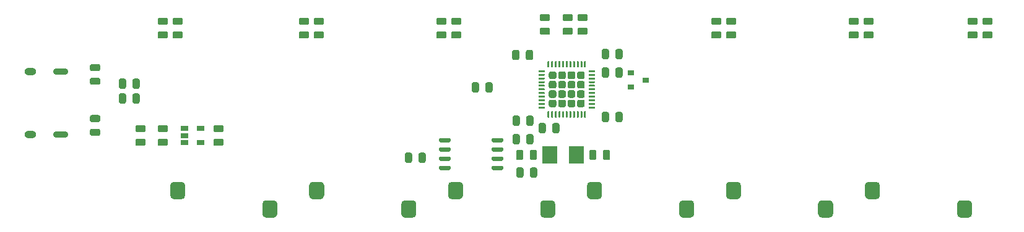
<source format=gbr>
G04 #@! TF.GenerationSoftware,KiCad,Pcbnew,5.1.7-a382d34a8~88~ubuntu20.04.1*
G04 #@! TF.CreationDate,2021-04-25T15:43:49-07:00*
G04 #@! TF.ProjectId,keypad-base,6b657970-6164-42d6-9261-73652e6b6963,Apr2021*
G04 #@! TF.SameCoordinates,Original*
G04 #@! TF.FileFunction,Paste,Top*
G04 #@! TF.FilePolarity,Positive*
%FSLAX46Y46*%
G04 Gerber Fmt 4.6, Leading zero omitted, Abs format (unit mm)*
G04 Created by KiCad (PCBNEW 5.1.7-a382d34a8~88~ubuntu20.04.1) date 2021-04-25 15:43:49*
%MOMM*%
%LPD*%
G01*
G04 APERTURE LIST*
%ADD10R,1.060000X0.650000*%
%ADD11O,2.100000X0.900000*%
%ADD12O,1.600000X1.000000*%
%ADD13R,0.900000X0.800000*%
%ADD14R,2.000000X2.400000*%
G04 APERTURE END LIST*
G04 #@! TO.C,R11*
G36*
G01*
X160586000Y-91999750D02*
X160586000Y-92912250D01*
G75*
G02*
X160342250Y-93156000I-243750J0D01*
G01*
X159854750Y-93156000D01*
G75*
G02*
X159611000Y-92912250I0J243750D01*
G01*
X159611000Y-91999750D01*
G75*
G02*
X159854750Y-91756000I243750J0D01*
G01*
X160342250Y-91756000D01*
G75*
G02*
X160586000Y-91999750I0J-243750D01*
G01*
G37*
G36*
G01*
X162461000Y-91999750D02*
X162461000Y-92912250D01*
G75*
G02*
X162217250Y-93156000I-243750J0D01*
G01*
X161729750Y-93156000D01*
G75*
G02*
X161486000Y-92912250I0J243750D01*
G01*
X161486000Y-91999750D01*
G75*
G02*
X161729750Y-91756000I243750J0D01*
G01*
X162217250Y-91756000D01*
G75*
G02*
X162461000Y-91999750I0J-243750D01*
G01*
G37*
G04 #@! TD*
G04 #@! TO.C,R4*
G36*
G01*
X146246000Y-90880250D02*
X146246000Y-89967750D01*
G75*
G02*
X146489750Y-89724000I243750J0D01*
G01*
X146977250Y-89724000D01*
G75*
G02*
X147221000Y-89967750I0J-243750D01*
G01*
X147221000Y-90880250D01*
G75*
G02*
X146977250Y-91124000I-243750J0D01*
G01*
X146489750Y-91124000D01*
G75*
G02*
X146246000Y-90880250I0J243750D01*
G01*
G37*
G36*
G01*
X144371000Y-90880250D02*
X144371000Y-89967750D01*
G75*
G02*
X144614750Y-89724000I243750J0D01*
G01*
X145102250Y-89724000D01*
G75*
G02*
X145346000Y-89967750I0J-243750D01*
G01*
X145346000Y-90880250D01*
G75*
G02*
X145102250Y-91124000I-243750J0D01*
G01*
X144614750Y-91124000D01*
G75*
G02*
X144371000Y-90880250I0J243750D01*
G01*
G37*
G04 #@! TD*
G04 #@! TO.C,U11*
G36*
G01*
X156216000Y-88161000D02*
X156216000Y-87861000D01*
G75*
G02*
X156366000Y-87711000I150000J0D01*
G01*
X157666000Y-87711000D01*
G75*
G02*
X157816000Y-87861000I0J-150000D01*
G01*
X157816000Y-88161000D01*
G75*
G02*
X157666000Y-88311000I-150000J0D01*
G01*
X156366000Y-88311000D01*
G75*
G02*
X156216000Y-88161000I0J150000D01*
G01*
G37*
G36*
G01*
X156216000Y-89431000D02*
X156216000Y-89131000D01*
G75*
G02*
X156366000Y-88981000I150000J0D01*
G01*
X157666000Y-88981000D01*
G75*
G02*
X157816000Y-89131000I0J-150000D01*
G01*
X157816000Y-89431000D01*
G75*
G02*
X157666000Y-89581000I-150000J0D01*
G01*
X156366000Y-89581000D01*
G75*
G02*
X156216000Y-89431000I0J150000D01*
G01*
G37*
G36*
G01*
X156216000Y-90701000D02*
X156216000Y-90401000D01*
G75*
G02*
X156366000Y-90251000I150000J0D01*
G01*
X157666000Y-90251000D01*
G75*
G02*
X157816000Y-90401000I0J-150000D01*
G01*
X157816000Y-90701000D01*
G75*
G02*
X157666000Y-90851000I-150000J0D01*
G01*
X156366000Y-90851000D01*
G75*
G02*
X156216000Y-90701000I0J150000D01*
G01*
G37*
G36*
G01*
X156216000Y-91971000D02*
X156216000Y-91671000D01*
G75*
G02*
X156366000Y-91521000I150000J0D01*
G01*
X157666000Y-91521000D01*
G75*
G02*
X157816000Y-91671000I0J-150000D01*
G01*
X157816000Y-91971000D01*
G75*
G02*
X157666000Y-92121000I-150000J0D01*
G01*
X156366000Y-92121000D01*
G75*
G02*
X156216000Y-91971000I0J150000D01*
G01*
G37*
G36*
G01*
X149016000Y-91971000D02*
X149016000Y-91671000D01*
G75*
G02*
X149166000Y-91521000I150000J0D01*
G01*
X150466000Y-91521000D01*
G75*
G02*
X150616000Y-91671000I0J-150000D01*
G01*
X150616000Y-91971000D01*
G75*
G02*
X150466000Y-92121000I-150000J0D01*
G01*
X149166000Y-92121000D01*
G75*
G02*
X149016000Y-91971000I0J150000D01*
G01*
G37*
G36*
G01*
X149016000Y-90701000D02*
X149016000Y-90401000D01*
G75*
G02*
X149166000Y-90251000I150000J0D01*
G01*
X150466000Y-90251000D01*
G75*
G02*
X150616000Y-90401000I0J-150000D01*
G01*
X150616000Y-90701000D01*
G75*
G02*
X150466000Y-90851000I-150000J0D01*
G01*
X149166000Y-90851000D01*
G75*
G02*
X149016000Y-90701000I0J150000D01*
G01*
G37*
G36*
G01*
X149016000Y-89431000D02*
X149016000Y-89131000D01*
G75*
G02*
X149166000Y-88981000I150000J0D01*
G01*
X150466000Y-88981000D01*
G75*
G02*
X150616000Y-89131000I0J-150000D01*
G01*
X150616000Y-89431000D01*
G75*
G02*
X150466000Y-89581000I-150000J0D01*
G01*
X149166000Y-89581000D01*
G75*
G02*
X149016000Y-89431000I0J150000D01*
G01*
G37*
G36*
G01*
X149016000Y-88161000D02*
X149016000Y-87861000D01*
G75*
G02*
X149166000Y-87711000I150000J0D01*
G01*
X150466000Y-87711000D01*
G75*
G02*
X150616000Y-87861000I0J-150000D01*
G01*
X150616000Y-88161000D01*
G75*
G02*
X150466000Y-88311000I-150000J0D01*
G01*
X149166000Y-88311000D01*
G75*
G02*
X149016000Y-88161000I0J150000D01*
G01*
G37*
G04 #@! TD*
G04 #@! TO.C,C20*
G36*
G01*
X160978000Y-88340250D02*
X160978000Y-87427750D01*
G75*
G02*
X161221750Y-87184000I243750J0D01*
G01*
X161709250Y-87184000D01*
G75*
G02*
X161953000Y-87427750I0J-243750D01*
G01*
X161953000Y-88340250D01*
G75*
G02*
X161709250Y-88584000I-243750J0D01*
G01*
X161221750Y-88584000D01*
G75*
G02*
X160978000Y-88340250I0J243750D01*
G01*
G37*
G36*
G01*
X159103000Y-88340250D02*
X159103000Y-87427750D01*
G75*
G02*
X159346750Y-87184000I243750J0D01*
G01*
X159834250Y-87184000D01*
G75*
G02*
X160078000Y-87427750I0J-243750D01*
G01*
X160078000Y-88340250D01*
G75*
G02*
X159834250Y-88584000I-243750J0D01*
G01*
X159346750Y-88584000D01*
G75*
G02*
X159103000Y-88340250I0J243750D01*
G01*
G37*
G04 #@! TD*
D10*
G04 #@! TO.C,U10*
X116416000Y-86426000D03*
X116416000Y-88326000D03*
X114216000Y-88326000D03*
X114216000Y-87376000D03*
X114216000Y-86426000D03*
G04 #@! TD*
G04 #@! TO.C,C18*
G36*
G01*
X118415750Y-87826000D02*
X119328250Y-87826000D01*
G75*
G02*
X119572000Y-88069750I0J-243750D01*
G01*
X119572000Y-88557250D01*
G75*
G02*
X119328250Y-88801000I-243750J0D01*
G01*
X118415750Y-88801000D01*
G75*
G02*
X118172000Y-88557250I0J243750D01*
G01*
X118172000Y-88069750D01*
G75*
G02*
X118415750Y-87826000I243750J0D01*
G01*
G37*
G36*
G01*
X118415750Y-85951000D02*
X119328250Y-85951000D01*
G75*
G02*
X119572000Y-86194750I0J-243750D01*
G01*
X119572000Y-86682250D01*
G75*
G02*
X119328250Y-86926000I-243750J0D01*
G01*
X118415750Y-86926000D01*
G75*
G02*
X118172000Y-86682250I0J243750D01*
G01*
X118172000Y-86194750D01*
G75*
G02*
X118415750Y-85951000I243750J0D01*
G01*
G37*
G04 #@! TD*
G04 #@! TO.C,C17*
G36*
G01*
X208228250Y-72194000D02*
X207315750Y-72194000D01*
G75*
G02*
X207072000Y-71950250I0J243750D01*
G01*
X207072000Y-71462750D01*
G75*
G02*
X207315750Y-71219000I243750J0D01*
G01*
X208228250Y-71219000D01*
G75*
G02*
X208472000Y-71462750I0J-243750D01*
G01*
X208472000Y-71950250D01*
G75*
G02*
X208228250Y-72194000I-243750J0D01*
G01*
G37*
G36*
G01*
X208228250Y-74069000D02*
X207315750Y-74069000D01*
G75*
G02*
X207072000Y-73825250I0J243750D01*
G01*
X207072000Y-73337750D01*
G75*
G02*
X207315750Y-73094000I243750J0D01*
G01*
X208228250Y-73094000D01*
G75*
G02*
X208472000Y-73337750I0J-243750D01*
G01*
X208472000Y-73825250D01*
G75*
G02*
X208228250Y-74069000I-243750J0D01*
G01*
G37*
G04 #@! TD*
G04 #@! TO.C,C16*
G36*
G01*
X110795750Y-87826000D02*
X111708250Y-87826000D01*
G75*
G02*
X111952000Y-88069750I0J-243750D01*
G01*
X111952000Y-88557250D01*
G75*
G02*
X111708250Y-88801000I-243750J0D01*
G01*
X110795750Y-88801000D01*
G75*
G02*
X110552000Y-88557250I0J243750D01*
G01*
X110552000Y-88069750D01*
G75*
G02*
X110795750Y-87826000I243750J0D01*
G01*
G37*
G36*
G01*
X110795750Y-85951000D02*
X111708250Y-85951000D01*
G75*
G02*
X111952000Y-86194750I0J-243750D01*
G01*
X111952000Y-86682250D01*
G75*
G02*
X111708250Y-86926000I-243750J0D01*
G01*
X110795750Y-86926000D01*
G75*
G02*
X110552000Y-86682250I0J243750D01*
G01*
X110552000Y-86194750D01*
G75*
G02*
X110795750Y-85951000I243750J0D01*
G01*
G37*
G04 #@! TD*
G04 #@! TO.C,C15*
G36*
G01*
X189432250Y-72194000D02*
X188519750Y-72194000D01*
G75*
G02*
X188276000Y-71950250I0J243750D01*
G01*
X188276000Y-71462750D01*
G75*
G02*
X188519750Y-71219000I243750J0D01*
G01*
X189432250Y-71219000D01*
G75*
G02*
X189676000Y-71462750I0J-243750D01*
G01*
X189676000Y-71950250D01*
G75*
G02*
X189432250Y-72194000I-243750J0D01*
G01*
G37*
G36*
G01*
X189432250Y-74069000D02*
X188519750Y-74069000D01*
G75*
G02*
X188276000Y-73825250I0J243750D01*
G01*
X188276000Y-73337750D01*
G75*
G02*
X188519750Y-73094000I243750J0D01*
G01*
X189432250Y-73094000D01*
G75*
G02*
X189676000Y-73337750I0J-243750D01*
G01*
X189676000Y-73825250D01*
G75*
G02*
X189432250Y-74069000I-243750J0D01*
G01*
G37*
G04 #@! TD*
G04 #@! TO.C,C14*
G36*
G01*
X169112250Y-71686000D02*
X168199750Y-71686000D01*
G75*
G02*
X167956000Y-71442250I0J243750D01*
G01*
X167956000Y-70954750D01*
G75*
G02*
X168199750Y-70711000I243750J0D01*
G01*
X169112250Y-70711000D01*
G75*
G02*
X169356000Y-70954750I0J-243750D01*
G01*
X169356000Y-71442250D01*
G75*
G02*
X169112250Y-71686000I-243750J0D01*
G01*
G37*
G36*
G01*
X169112250Y-73561000D02*
X168199750Y-73561000D01*
G75*
G02*
X167956000Y-73317250I0J243750D01*
G01*
X167956000Y-72829750D01*
G75*
G02*
X168199750Y-72586000I243750J0D01*
G01*
X169112250Y-72586000D01*
G75*
G02*
X169356000Y-72829750I0J-243750D01*
G01*
X169356000Y-73317250D01*
G75*
G02*
X169112250Y-73561000I-243750J0D01*
G01*
G37*
G04 #@! TD*
G04 #@! TO.C,C13*
G36*
G01*
X151840250Y-72194000D02*
X150927750Y-72194000D01*
G75*
G02*
X150684000Y-71950250I0J243750D01*
G01*
X150684000Y-71462750D01*
G75*
G02*
X150927750Y-71219000I243750J0D01*
G01*
X151840250Y-71219000D01*
G75*
G02*
X152084000Y-71462750I0J-243750D01*
G01*
X152084000Y-71950250D01*
G75*
G02*
X151840250Y-72194000I-243750J0D01*
G01*
G37*
G36*
G01*
X151840250Y-74069000D02*
X150927750Y-74069000D01*
G75*
G02*
X150684000Y-73825250I0J243750D01*
G01*
X150684000Y-73337750D01*
G75*
G02*
X150927750Y-73094000I243750J0D01*
G01*
X151840250Y-73094000D01*
G75*
G02*
X152084000Y-73337750I0J-243750D01*
G01*
X152084000Y-73825250D01*
G75*
G02*
X151840250Y-74069000I-243750J0D01*
G01*
G37*
G04 #@! TD*
G04 #@! TO.C,C12*
G36*
G01*
X133044250Y-72194000D02*
X132131750Y-72194000D01*
G75*
G02*
X131888000Y-71950250I0J243750D01*
G01*
X131888000Y-71462750D01*
G75*
G02*
X132131750Y-71219000I243750J0D01*
G01*
X133044250Y-71219000D01*
G75*
G02*
X133288000Y-71462750I0J-243750D01*
G01*
X133288000Y-71950250D01*
G75*
G02*
X133044250Y-72194000I-243750J0D01*
G01*
G37*
G36*
G01*
X133044250Y-74069000D02*
X132131750Y-74069000D01*
G75*
G02*
X131888000Y-73825250I0J243750D01*
G01*
X131888000Y-73337750D01*
G75*
G02*
X132131750Y-73094000I243750J0D01*
G01*
X133044250Y-73094000D01*
G75*
G02*
X133288000Y-73337750I0J-243750D01*
G01*
X133288000Y-73825250D01*
G75*
G02*
X133044250Y-74069000I-243750J0D01*
G01*
G37*
G04 #@! TD*
G04 #@! TO.C,C11*
G36*
G01*
X113740250Y-72194000D02*
X112827750Y-72194000D01*
G75*
G02*
X112584000Y-71950250I0J243750D01*
G01*
X112584000Y-71462750D01*
G75*
G02*
X112827750Y-71219000I243750J0D01*
G01*
X113740250Y-71219000D01*
G75*
G02*
X113984000Y-71462750I0J-243750D01*
G01*
X113984000Y-71950250D01*
G75*
G02*
X113740250Y-72194000I-243750J0D01*
G01*
G37*
G36*
G01*
X113740250Y-74069000D02*
X112827750Y-74069000D01*
G75*
G02*
X112584000Y-73825250I0J243750D01*
G01*
X112584000Y-73337750D01*
G75*
G02*
X112827750Y-73094000I243750J0D01*
G01*
X113740250Y-73094000D01*
G75*
G02*
X113984000Y-73337750I0J-243750D01*
G01*
X113984000Y-73825250D01*
G75*
G02*
X113740250Y-74069000I-243750J0D01*
G01*
G37*
G04 #@! TD*
G04 #@! TO.C,C9*
G36*
G01*
X107747750Y-87826000D02*
X108660250Y-87826000D01*
G75*
G02*
X108904000Y-88069750I0J-243750D01*
G01*
X108904000Y-88557250D01*
G75*
G02*
X108660250Y-88801000I-243750J0D01*
G01*
X107747750Y-88801000D01*
G75*
G02*
X107504000Y-88557250I0J243750D01*
G01*
X107504000Y-88069750D01*
G75*
G02*
X107747750Y-87826000I243750J0D01*
G01*
G37*
G36*
G01*
X107747750Y-85951000D02*
X108660250Y-85951000D01*
G75*
G02*
X108904000Y-86194750I0J-243750D01*
G01*
X108904000Y-86682250D01*
G75*
G02*
X108660250Y-86926000I-243750J0D01*
G01*
X107747750Y-86926000D01*
G75*
G02*
X107504000Y-86682250I0J243750D01*
G01*
X107504000Y-86194750D01*
G75*
G02*
X107747750Y-85951000I243750J0D01*
G01*
G37*
G04 #@! TD*
G04 #@! TO.C,C8*
G36*
G01*
X173170000Y-76656250D02*
X173170000Y-75743750D01*
G75*
G02*
X173413750Y-75500000I243750J0D01*
G01*
X173901250Y-75500000D01*
G75*
G02*
X174145000Y-75743750I0J-243750D01*
G01*
X174145000Y-76656250D01*
G75*
G02*
X173901250Y-76900000I-243750J0D01*
G01*
X173413750Y-76900000D01*
G75*
G02*
X173170000Y-76656250I0J243750D01*
G01*
G37*
G36*
G01*
X171295000Y-76656250D02*
X171295000Y-75743750D01*
G75*
G02*
X171538750Y-75500000I243750J0D01*
G01*
X172026250Y-75500000D01*
G75*
G02*
X172270000Y-75743750I0J-243750D01*
G01*
X172270000Y-76656250D01*
G75*
G02*
X172026250Y-76900000I-243750J0D01*
G01*
X171538750Y-76900000D01*
G75*
G02*
X171295000Y-76656250I0J243750D01*
G01*
G37*
G04 #@! TD*
D11*
G04 #@! TO.C,J1*
X97310000Y-78580000D03*
X97310000Y-87220000D03*
D12*
X93130000Y-78580000D03*
X93130000Y-87220000D03*
G04 #@! TD*
G04 #@! TO.C,R16*
G36*
G01*
X106230000Y-81839750D02*
X106230000Y-82752250D01*
G75*
G02*
X105986250Y-82996000I-243750J0D01*
G01*
X105498750Y-82996000D01*
G75*
G02*
X105255000Y-82752250I0J243750D01*
G01*
X105255000Y-81839750D01*
G75*
G02*
X105498750Y-81596000I243750J0D01*
G01*
X105986250Y-81596000D01*
G75*
G02*
X106230000Y-81839750I0J-243750D01*
G01*
G37*
G36*
G01*
X108105000Y-81839750D02*
X108105000Y-82752250D01*
G75*
G02*
X107861250Y-82996000I-243750J0D01*
G01*
X107373750Y-82996000D01*
G75*
G02*
X107130000Y-82752250I0J243750D01*
G01*
X107130000Y-81839750D01*
G75*
G02*
X107373750Y-81596000I243750J0D01*
G01*
X107861250Y-81596000D01*
G75*
G02*
X108105000Y-81839750I0J-243750D01*
G01*
G37*
G04 #@! TD*
G04 #@! TO.C,R15*
G36*
G01*
X106230000Y-79807750D02*
X106230000Y-80720250D01*
G75*
G02*
X105986250Y-80964000I-243750J0D01*
G01*
X105498750Y-80964000D01*
G75*
G02*
X105255000Y-80720250I0J243750D01*
G01*
X105255000Y-79807750D01*
G75*
G02*
X105498750Y-79564000I243750J0D01*
G01*
X105986250Y-79564000D01*
G75*
G02*
X106230000Y-79807750I0J-243750D01*
G01*
G37*
G36*
G01*
X108105000Y-79807750D02*
X108105000Y-80720250D01*
G75*
G02*
X107861250Y-80964000I-243750J0D01*
G01*
X107373750Y-80964000D01*
G75*
G02*
X107130000Y-80720250I0J243750D01*
G01*
X107130000Y-79807750D01*
G75*
G02*
X107373750Y-79564000I243750J0D01*
G01*
X107861250Y-79564000D01*
G75*
G02*
X108105000Y-79807750I0J-243750D01*
G01*
G37*
G04 #@! TD*
G04 #@! TO.C,R14*
G36*
G01*
X101543750Y-79450000D02*
X102456250Y-79450000D01*
G75*
G02*
X102700000Y-79693750I0J-243750D01*
G01*
X102700000Y-80181250D01*
G75*
G02*
X102456250Y-80425000I-243750J0D01*
G01*
X101543750Y-80425000D01*
G75*
G02*
X101300000Y-80181250I0J243750D01*
G01*
X101300000Y-79693750D01*
G75*
G02*
X101543750Y-79450000I243750J0D01*
G01*
G37*
G36*
G01*
X101543750Y-77575000D02*
X102456250Y-77575000D01*
G75*
G02*
X102700000Y-77818750I0J-243750D01*
G01*
X102700000Y-78306250D01*
G75*
G02*
X102456250Y-78550000I-243750J0D01*
G01*
X101543750Y-78550000D01*
G75*
G02*
X101300000Y-78306250I0J243750D01*
G01*
X101300000Y-77818750D01*
G75*
G02*
X101543750Y-77575000I243750J0D01*
G01*
G37*
G04 #@! TD*
G04 #@! TO.C,R13*
G36*
G01*
X101543750Y-86450000D02*
X102456250Y-86450000D01*
G75*
G02*
X102700000Y-86693750I0J-243750D01*
G01*
X102700000Y-87181250D01*
G75*
G02*
X102456250Y-87425000I-243750J0D01*
G01*
X101543750Y-87425000D01*
G75*
G02*
X101300000Y-87181250I0J243750D01*
G01*
X101300000Y-86693750D01*
G75*
G02*
X101543750Y-86450000I243750J0D01*
G01*
G37*
G36*
G01*
X101543750Y-84575000D02*
X102456250Y-84575000D01*
G75*
G02*
X102700000Y-84818750I0J-243750D01*
G01*
X102700000Y-85306250D01*
G75*
G02*
X102456250Y-85550000I-243750J0D01*
G01*
X101543750Y-85550000D01*
G75*
G02*
X101300000Y-85306250I0J243750D01*
G01*
X101300000Y-84818750D01*
G75*
G02*
X101543750Y-84575000I243750J0D01*
G01*
G37*
G04 #@! TD*
G04 #@! TO.C,R12*
G36*
G01*
X173170000Y-79196250D02*
X173170000Y-78283750D01*
G75*
G02*
X173413750Y-78040000I243750J0D01*
G01*
X173901250Y-78040000D01*
G75*
G02*
X174145000Y-78283750I0J-243750D01*
G01*
X174145000Y-79196250D01*
G75*
G02*
X173901250Y-79440000I-243750J0D01*
G01*
X173413750Y-79440000D01*
G75*
G02*
X173170000Y-79196250I0J243750D01*
G01*
G37*
G36*
G01*
X171295000Y-79196250D02*
X171295000Y-78283750D01*
G75*
G02*
X171538750Y-78040000I243750J0D01*
G01*
X172026250Y-78040000D01*
G75*
G02*
X172270000Y-78283750I0J-243750D01*
G01*
X172270000Y-79196250D01*
G75*
G02*
X172026250Y-79440000I-243750J0D01*
G01*
X171538750Y-79440000D01*
G75*
G02*
X171295000Y-79196250I0J243750D01*
G01*
G37*
G04 #@! TD*
G04 #@! TO.C,R10*
G36*
G01*
X206196250Y-72194000D02*
X205283750Y-72194000D01*
G75*
G02*
X205040000Y-71950250I0J243750D01*
G01*
X205040000Y-71462750D01*
G75*
G02*
X205283750Y-71219000I243750J0D01*
G01*
X206196250Y-71219000D01*
G75*
G02*
X206440000Y-71462750I0J-243750D01*
G01*
X206440000Y-71950250D01*
G75*
G02*
X206196250Y-72194000I-243750J0D01*
G01*
G37*
G36*
G01*
X206196250Y-74069000D02*
X205283750Y-74069000D01*
G75*
G02*
X205040000Y-73825250I0J243750D01*
G01*
X205040000Y-73337750D01*
G75*
G02*
X205283750Y-73094000I243750J0D01*
G01*
X206196250Y-73094000D01*
G75*
G02*
X206440000Y-73337750I0J-243750D01*
G01*
X206440000Y-73825250D01*
G75*
G02*
X206196250Y-74069000I-243750J0D01*
G01*
G37*
G04 #@! TD*
G04 #@! TO.C,R9*
G36*
G01*
X187400250Y-72194000D02*
X186487750Y-72194000D01*
G75*
G02*
X186244000Y-71950250I0J243750D01*
G01*
X186244000Y-71462750D01*
G75*
G02*
X186487750Y-71219000I243750J0D01*
G01*
X187400250Y-71219000D01*
G75*
G02*
X187644000Y-71462750I0J-243750D01*
G01*
X187644000Y-71950250D01*
G75*
G02*
X187400250Y-72194000I-243750J0D01*
G01*
G37*
G36*
G01*
X187400250Y-74069000D02*
X186487750Y-74069000D01*
G75*
G02*
X186244000Y-73825250I0J243750D01*
G01*
X186244000Y-73337750D01*
G75*
G02*
X186487750Y-73094000I243750J0D01*
G01*
X187400250Y-73094000D01*
G75*
G02*
X187644000Y-73337750I0J-243750D01*
G01*
X187644000Y-73825250D01*
G75*
G02*
X187400250Y-74069000I-243750J0D01*
G01*
G37*
G04 #@! TD*
G04 #@! TO.C,R8*
G36*
G01*
X167080250Y-71686000D02*
X166167750Y-71686000D01*
G75*
G02*
X165924000Y-71442250I0J243750D01*
G01*
X165924000Y-70954750D01*
G75*
G02*
X166167750Y-70711000I243750J0D01*
G01*
X167080250Y-70711000D01*
G75*
G02*
X167324000Y-70954750I0J-243750D01*
G01*
X167324000Y-71442250D01*
G75*
G02*
X167080250Y-71686000I-243750J0D01*
G01*
G37*
G36*
G01*
X167080250Y-73561000D02*
X166167750Y-73561000D01*
G75*
G02*
X165924000Y-73317250I0J243750D01*
G01*
X165924000Y-72829750D01*
G75*
G02*
X166167750Y-72586000I243750J0D01*
G01*
X167080250Y-72586000D01*
G75*
G02*
X167324000Y-72829750I0J-243750D01*
G01*
X167324000Y-73317250D01*
G75*
G02*
X167080250Y-73561000I-243750J0D01*
G01*
G37*
G04 #@! TD*
G04 #@! TO.C,R7*
G36*
G01*
X149808250Y-72194000D02*
X148895750Y-72194000D01*
G75*
G02*
X148652000Y-71950250I0J243750D01*
G01*
X148652000Y-71462750D01*
G75*
G02*
X148895750Y-71219000I243750J0D01*
G01*
X149808250Y-71219000D01*
G75*
G02*
X150052000Y-71462750I0J-243750D01*
G01*
X150052000Y-71950250D01*
G75*
G02*
X149808250Y-72194000I-243750J0D01*
G01*
G37*
G36*
G01*
X149808250Y-74069000D02*
X148895750Y-74069000D01*
G75*
G02*
X148652000Y-73825250I0J243750D01*
G01*
X148652000Y-73337750D01*
G75*
G02*
X148895750Y-73094000I243750J0D01*
G01*
X149808250Y-73094000D01*
G75*
G02*
X150052000Y-73337750I0J-243750D01*
G01*
X150052000Y-73825250D01*
G75*
G02*
X149808250Y-74069000I-243750J0D01*
G01*
G37*
G04 #@! TD*
G04 #@! TO.C,R6*
G36*
G01*
X131012250Y-72194000D02*
X130099750Y-72194000D01*
G75*
G02*
X129856000Y-71950250I0J243750D01*
G01*
X129856000Y-71462750D01*
G75*
G02*
X130099750Y-71219000I243750J0D01*
G01*
X131012250Y-71219000D01*
G75*
G02*
X131256000Y-71462750I0J-243750D01*
G01*
X131256000Y-71950250D01*
G75*
G02*
X131012250Y-72194000I-243750J0D01*
G01*
G37*
G36*
G01*
X131012250Y-74069000D02*
X130099750Y-74069000D01*
G75*
G02*
X129856000Y-73825250I0J243750D01*
G01*
X129856000Y-73337750D01*
G75*
G02*
X130099750Y-73094000I243750J0D01*
G01*
X131012250Y-73094000D01*
G75*
G02*
X131256000Y-73337750I0J-243750D01*
G01*
X131256000Y-73825250D01*
G75*
G02*
X131012250Y-74069000I-243750J0D01*
G01*
G37*
G04 #@! TD*
G04 #@! TO.C,R5*
G36*
G01*
X111708250Y-72194000D02*
X110795750Y-72194000D01*
G75*
G02*
X110552000Y-71950250I0J243750D01*
G01*
X110552000Y-71462750D01*
G75*
G02*
X110795750Y-71219000I243750J0D01*
G01*
X111708250Y-71219000D01*
G75*
G02*
X111952000Y-71462750I0J-243750D01*
G01*
X111952000Y-71950250D01*
G75*
G02*
X111708250Y-72194000I-243750J0D01*
G01*
G37*
G36*
G01*
X111708250Y-74069000D02*
X110795750Y-74069000D01*
G75*
G02*
X110552000Y-73825250I0J243750D01*
G01*
X110552000Y-73337750D01*
G75*
G02*
X110795750Y-73094000I243750J0D01*
G01*
X111708250Y-73094000D01*
G75*
G02*
X111952000Y-73337750I0J-243750D01*
G01*
X111952000Y-73825250D01*
G75*
G02*
X111708250Y-74069000I-243750J0D01*
G01*
G37*
G04 #@! TD*
D13*
G04 #@! TO.C,Q1*
X177276000Y-79756000D03*
X175276000Y-80706000D03*
X175276000Y-78806000D03*
G04 #@! TD*
D14*
G04 #@! TO.C,X1*
X164150000Y-90048000D03*
X167850000Y-90048000D03*
G04 #@! TD*
G04 #@! TO.C,U1*
G36*
G01*
X167915000Y-83253000D02*
X167915000Y-82713000D01*
G75*
G02*
X168165000Y-82463000I250000J0D01*
G01*
X168705000Y-82463000D01*
G75*
G02*
X168955000Y-82713000I0J-250000D01*
G01*
X168955000Y-83253000D01*
G75*
G02*
X168705000Y-83503000I-250000J0D01*
G01*
X168165000Y-83503000D01*
G75*
G02*
X167915000Y-83253000I0J250000D01*
G01*
G37*
G36*
G01*
X167915000Y-81963000D02*
X167915000Y-81423000D01*
G75*
G02*
X168165000Y-81173000I250000J0D01*
G01*
X168705000Y-81173000D01*
G75*
G02*
X168955000Y-81423000I0J-250000D01*
G01*
X168955000Y-81963000D01*
G75*
G02*
X168705000Y-82213000I-250000J0D01*
G01*
X168165000Y-82213000D01*
G75*
G02*
X167915000Y-81963000I0J250000D01*
G01*
G37*
G36*
G01*
X167915000Y-80673000D02*
X167915000Y-80133000D01*
G75*
G02*
X168165000Y-79883000I250000J0D01*
G01*
X168705000Y-79883000D01*
G75*
G02*
X168955000Y-80133000I0J-250000D01*
G01*
X168955000Y-80673000D01*
G75*
G02*
X168705000Y-80923000I-250000J0D01*
G01*
X168165000Y-80923000D01*
G75*
G02*
X167915000Y-80673000I0J250000D01*
G01*
G37*
G36*
G01*
X167915000Y-79383000D02*
X167915000Y-78843000D01*
G75*
G02*
X168165000Y-78593000I250000J0D01*
G01*
X168705000Y-78593000D01*
G75*
G02*
X168955000Y-78843000I0J-250000D01*
G01*
X168955000Y-79383000D01*
G75*
G02*
X168705000Y-79633000I-250000J0D01*
G01*
X168165000Y-79633000D01*
G75*
G02*
X167915000Y-79383000I0J250000D01*
G01*
G37*
G36*
G01*
X166625000Y-83253000D02*
X166625000Y-82713000D01*
G75*
G02*
X166875000Y-82463000I250000J0D01*
G01*
X167415000Y-82463000D01*
G75*
G02*
X167665000Y-82713000I0J-250000D01*
G01*
X167665000Y-83253000D01*
G75*
G02*
X167415000Y-83503000I-250000J0D01*
G01*
X166875000Y-83503000D01*
G75*
G02*
X166625000Y-83253000I0J250000D01*
G01*
G37*
G36*
G01*
X166625000Y-81963000D02*
X166625000Y-81423000D01*
G75*
G02*
X166875000Y-81173000I250000J0D01*
G01*
X167415000Y-81173000D01*
G75*
G02*
X167665000Y-81423000I0J-250000D01*
G01*
X167665000Y-81963000D01*
G75*
G02*
X167415000Y-82213000I-250000J0D01*
G01*
X166875000Y-82213000D01*
G75*
G02*
X166625000Y-81963000I0J250000D01*
G01*
G37*
G36*
G01*
X166625000Y-80673000D02*
X166625000Y-80133000D01*
G75*
G02*
X166875000Y-79883000I250000J0D01*
G01*
X167415000Y-79883000D01*
G75*
G02*
X167665000Y-80133000I0J-250000D01*
G01*
X167665000Y-80673000D01*
G75*
G02*
X167415000Y-80923000I-250000J0D01*
G01*
X166875000Y-80923000D01*
G75*
G02*
X166625000Y-80673000I0J250000D01*
G01*
G37*
G36*
G01*
X166625000Y-79383000D02*
X166625000Y-78843000D01*
G75*
G02*
X166875000Y-78593000I250000J0D01*
G01*
X167415000Y-78593000D01*
G75*
G02*
X167665000Y-78843000I0J-250000D01*
G01*
X167665000Y-79383000D01*
G75*
G02*
X167415000Y-79633000I-250000J0D01*
G01*
X166875000Y-79633000D01*
G75*
G02*
X166625000Y-79383000I0J250000D01*
G01*
G37*
G36*
G01*
X165335000Y-83253000D02*
X165335000Y-82713000D01*
G75*
G02*
X165585000Y-82463000I250000J0D01*
G01*
X166125000Y-82463000D01*
G75*
G02*
X166375000Y-82713000I0J-250000D01*
G01*
X166375000Y-83253000D01*
G75*
G02*
X166125000Y-83503000I-250000J0D01*
G01*
X165585000Y-83503000D01*
G75*
G02*
X165335000Y-83253000I0J250000D01*
G01*
G37*
G36*
G01*
X165335000Y-81963000D02*
X165335000Y-81423000D01*
G75*
G02*
X165585000Y-81173000I250000J0D01*
G01*
X166125000Y-81173000D01*
G75*
G02*
X166375000Y-81423000I0J-250000D01*
G01*
X166375000Y-81963000D01*
G75*
G02*
X166125000Y-82213000I-250000J0D01*
G01*
X165585000Y-82213000D01*
G75*
G02*
X165335000Y-81963000I0J250000D01*
G01*
G37*
G36*
G01*
X165335000Y-80673000D02*
X165335000Y-80133000D01*
G75*
G02*
X165585000Y-79883000I250000J0D01*
G01*
X166125000Y-79883000D01*
G75*
G02*
X166375000Y-80133000I0J-250000D01*
G01*
X166375000Y-80673000D01*
G75*
G02*
X166125000Y-80923000I-250000J0D01*
G01*
X165585000Y-80923000D01*
G75*
G02*
X165335000Y-80673000I0J250000D01*
G01*
G37*
G36*
G01*
X165335000Y-79383000D02*
X165335000Y-78843000D01*
G75*
G02*
X165585000Y-78593000I250000J0D01*
G01*
X166125000Y-78593000D01*
G75*
G02*
X166375000Y-78843000I0J-250000D01*
G01*
X166375000Y-79383000D01*
G75*
G02*
X166125000Y-79633000I-250000J0D01*
G01*
X165585000Y-79633000D01*
G75*
G02*
X165335000Y-79383000I0J250000D01*
G01*
G37*
G36*
G01*
X164045000Y-83253000D02*
X164045000Y-82713000D01*
G75*
G02*
X164295000Y-82463000I250000J0D01*
G01*
X164835000Y-82463000D01*
G75*
G02*
X165085000Y-82713000I0J-250000D01*
G01*
X165085000Y-83253000D01*
G75*
G02*
X164835000Y-83503000I-250000J0D01*
G01*
X164295000Y-83503000D01*
G75*
G02*
X164045000Y-83253000I0J250000D01*
G01*
G37*
G36*
G01*
X164045000Y-81963000D02*
X164045000Y-81423000D01*
G75*
G02*
X164295000Y-81173000I250000J0D01*
G01*
X164835000Y-81173000D01*
G75*
G02*
X165085000Y-81423000I0J-250000D01*
G01*
X165085000Y-81963000D01*
G75*
G02*
X164835000Y-82213000I-250000J0D01*
G01*
X164295000Y-82213000D01*
G75*
G02*
X164045000Y-81963000I0J250000D01*
G01*
G37*
G36*
G01*
X164045000Y-80673000D02*
X164045000Y-80133000D01*
G75*
G02*
X164295000Y-79883000I250000J0D01*
G01*
X164835000Y-79883000D01*
G75*
G02*
X165085000Y-80133000I0J-250000D01*
G01*
X165085000Y-80673000D01*
G75*
G02*
X164835000Y-80923000I-250000J0D01*
G01*
X164295000Y-80923000D01*
G75*
G02*
X164045000Y-80673000I0J250000D01*
G01*
G37*
G36*
G01*
X164045000Y-79383000D02*
X164045000Y-78843000D01*
G75*
G02*
X164295000Y-78593000I250000J0D01*
G01*
X164835000Y-78593000D01*
G75*
G02*
X165085000Y-78843000I0J-250000D01*
G01*
X165085000Y-79383000D01*
G75*
G02*
X164835000Y-79633000I-250000J0D01*
G01*
X164295000Y-79633000D01*
G75*
G02*
X164045000Y-79383000I0J250000D01*
G01*
G37*
G36*
G01*
X163875000Y-77985500D02*
X163875000Y-77235500D01*
G75*
G02*
X163937500Y-77173000I62500J0D01*
G01*
X164062500Y-77173000D01*
G75*
G02*
X164125000Y-77235500I0J-62500D01*
G01*
X164125000Y-77985500D01*
G75*
G02*
X164062500Y-78048000I-62500J0D01*
G01*
X163937500Y-78048000D01*
G75*
G02*
X163875000Y-77985500I0J62500D01*
G01*
G37*
G36*
G01*
X164375000Y-77985500D02*
X164375000Y-77235500D01*
G75*
G02*
X164437500Y-77173000I62500J0D01*
G01*
X164562500Y-77173000D01*
G75*
G02*
X164625000Y-77235500I0J-62500D01*
G01*
X164625000Y-77985500D01*
G75*
G02*
X164562500Y-78048000I-62500J0D01*
G01*
X164437500Y-78048000D01*
G75*
G02*
X164375000Y-77985500I0J62500D01*
G01*
G37*
G36*
G01*
X164875000Y-77985500D02*
X164875000Y-77235500D01*
G75*
G02*
X164937500Y-77173000I62500J0D01*
G01*
X165062500Y-77173000D01*
G75*
G02*
X165125000Y-77235500I0J-62500D01*
G01*
X165125000Y-77985500D01*
G75*
G02*
X165062500Y-78048000I-62500J0D01*
G01*
X164937500Y-78048000D01*
G75*
G02*
X164875000Y-77985500I0J62500D01*
G01*
G37*
G36*
G01*
X165375000Y-77985500D02*
X165375000Y-77235500D01*
G75*
G02*
X165437500Y-77173000I62500J0D01*
G01*
X165562500Y-77173000D01*
G75*
G02*
X165625000Y-77235500I0J-62500D01*
G01*
X165625000Y-77985500D01*
G75*
G02*
X165562500Y-78048000I-62500J0D01*
G01*
X165437500Y-78048000D01*
G75*
G02*
X165375000Y-77985500I0J62500D01*
G01*
G37*
G36*
G01*
X165875000Y-77985500D02*
X165875000Y-77235500D01*
G75*
G02*
X165937500Y-77173000I62500J0D01*
G01*
X166062500Y-77173000D01*
G75*
G02*
X166125000Y-77235500I0J-62500D01*
G01*
X166125000Y-77985500D01*
G75*
G02*
X166062500Y-78048000I-62500J0D01*
G01*
X165937500Y-78048000D01*
G75*
G02*
X165875000Y-77985500I0J62500D01*
G01*
G37*
G36*
G01*
X166375000Y-77985500D02*
X166375000Y-77235500D01*
G75*
G02*
X166437500Y-77173000I62500J0D01*
G01*
X166562500Y-77173000D01*
G75*
G02*
X166625000Y-77235500I0J-62500D01*
G01*
X166625000Y-77985500D01*
G75*
G02*
X166562500Y-78048000I-62500J0D01*
G01*
X166437500Y-78048000D01*
G75*
G02*
X166375000Y-77985500I0J62500D01*
G01*
G37*
G36*
G01*
X166875000Y-77985500D02*
X166875000Y-77235500D01*
G75*
G02*
X166937500Y-77173000I62500J0D01*
G01*
X167062500Y-77173000D01*
G75*
G02*
X167125000Y-77235500I0J-62500D01*
G01*
X167125000Y-77985500D01*
G75*
G02*
X167062500Y-78048000I-62500J0D01*
G01*
X166937500Y-78048000D01*
G75*
G02*
X166875000Y-77985500I0J62500D01*
G01*
G37*
G36*
G01*
X167375000Y-77985500D02*
X167375000Y-77235500D01*
G75*
G02*
X167437500Y-77173000I62500J0D01*
G01*
X167562500Y-77173000D01*
G75*
G02*
X167625000Y-77235500I0J-62500D01*
G01*
X167625000Y-77985500D01*
G75*
G02*
X167562500Y-78048000I-62500J0D01*
G01*
X167437500Y-78048000D01*
G75*
G02*
X167375000Y-77985500I0J62500D01*
G01*
G37*
G36*
G01*
X167875000Y-77985500D02*
X167875000Y-77235500D01*
G75*
G02*
X167937500Y-77173000I62500J0D01*
G01*
X168062500Y-77173000D01*
G75*
G02*
X168125000Y-77235500I0J-62500D01*
G01*
X168125000Y-77985500D01*
G75*
G02*
X168062500Y-78048000I-62500J0D01*
G01*
X167937500Y-78048000D01*
G75*
G02*
X167875000Y-77985500I0J62500D01*
G01*
G37*
G36*
G01*
X168375000Y-77985500D02*
X168375000Y-77235500D01*
G75*
G02*
X168437500Y-77173000I62500J0D01*
G01*
X168562500Y-77173000D01*
G75*
G02*
X168625000Y-77235500I0J-62500D01*
G01*
X168625000Y-77985500D01*
G75*
G02*
X168562500Y-78048000I-62500J0D01*
G01*
X168437500Y-78048000D01*
G75*
G02*
X168375000Y-77985500I0J62500D01*
G01*
G37*
G36*
G01*
X168875000Y-77985500D02*
X168875000Y-77235500D01*
G75*
G02*
X168937500Y-77173000I62500J0D01*
G01*
X169062500Y-77173000D01*
G75*
G02*
X169125000Y-77235500I0J-62500D01*
G01*
X169125000Y-77985500D01*
G75*
G02*
X169062500Y-78048000I-62500J0D01*
G01*
X168937500Y-78048000D01*
G75*
G02*
X168875000Y-77985500I0J62500D01*
G01*
G37*
G36*
G01*
X169500000Y-78610500D02*
X169500000Y-78485500D01*
G75*
G02*
X169562500Y-78423000I62500J0D01*
G01*
X170312500Y-78423000D01*
G75*
G02*
X170375000Y-78485500I0J-62500D01*
G01*
X170375000Y-78610500D01*
G75*
G02*
X170312500Y-78673000I-62500J0D01*
G01*
X169562500Y-78673000D01*
G75*
G02*
X169500000Y-78610500I0J62500D01*
G01*
G37*
G36*
G01*
X169500000Y-79110500D02*
X169500000Y-78985500D01*
G75*
G02*
X169562500Y-78923000I62500J0D01*
G01*
X170312500Y-78923000D01*
G75*
G02*
X170375000Y-78985500I0J-62500D01*
G01*
X170375000Y-79110500D01*
G75*
G02*
X170312500Y-79173000I-62500J0D01*
G01*
X169562500Y-79173000D01*
G75*
G02*
X169500000Y-79110500I0J62500D01*
G01*
G37*
G36*
G01*
X169500000Y-79610500D02*
X169500000Y-79485500D01*
G75*
G02*
X169562500Y-79423000I62500J0D01*
G01*
X170312500Y-79423000D01*
G75*
G02*
X170375000Y-79485500I0J-62500D01*
G01*
X170375000Y-79610500D01*
G75*
G02*
X170312500Y-79673000I-62500J0D01*
G01*
X169562500Y-79673000D01*
G75*
G02*
X169500000Y-79610500I0J62500D01*
G01*
G37*
G36*
G01*
X169500000Y-80110500D02*
X169500000Y-79985500D01*
G75*
G02*
X169562500Y-79923000I62500J0D01*
G01*
X170312500Y-79923000D01*
G75*
G02*
X170375000Y-79985500I0J-62500D01*
G01*
X170375000Y-80110500D01*
G75*
G02*
X170312500Y-80173000I-62500J0D01*
G01*
X169562500Y-80173000D01*
G75*
G02*
X169500000Y-80110500I0J62500D01*
G01*
G37*
G36*
G01*
X169500000Y-80610500D02*
X169500000Y-80485500D01*
G75*
G02*
X169562500Y-80423000I62500J0D01*
G01*
X170312500Y-80423000D01*
G75*
G02*
X170375000Y-80485500I0J-62500D01*
G01*
X170375000Y-80610500D01*
G75*
G02*
X170312500Y-80673000I-62500J0D01*
G01*
X169562500Y-80673000D01*
G75*
G02*
X169500000Y-80610500I0J62500D01*
G01*
G37*
G36*
G01*
X169500000Y-81110500D02*
X169500000Y-80985500D01*
G75*
G02*
X169562500Y-80923000I62500J0D01*
G01*
X170312500Y-80923000D01*
G75*
G02*
X170375000Y-80985500I0J-62500D01*
G01*
X170375000Y-81110500D01*
G75*
G02*
X170312500Y-81173000I-62500J0D01*
G01*
X169562500Y-81173000D01*
G75*
G02*
X169500000Y-81110500I0J62500D01*
G01*
G37*
G36*
G01*
X169500000Y-81610500D02*
X169500000Y-81485500D01*
G75*
G02*
X169562500Y-81423000I62500J0D01*
G01*
X170312500Y-81423000D01*
G75*
G02*
X170375000Y-81485500I0J-62500D01*
G01*
X170375000Y-81610500D01*
G75*
G02*
X170312500Y-81673000I-62500J0D01*
G01*
X169562500Y-81673000D01*
G75*
G02*
X169500000Y-81610500I0J62500D01*
G01*
G37*
G36*
G01*
X169500000Y-82110500D02*
X169500000Y-81985500D01*
G75*
G02*
X169562500Y-81923000I62500J0D01*
G01*
X170312500Y-81923000D01*
G75*
G02*
X170375000Y-81985500I0J-62500D01*
G01*
X170375000Y-82110500D01*
G75*
G02*
X170312500Y-82173000I-62500J0D01*
G01*
X169562500Y-82173000D01*
G75*
G02*
X169500000Y-82110500I0J62500D01*
G01*
G37*
G36*
G01*
X169500000Y-82610500D02*
X169500000Y-82485500D01*
G75*
G02*
X169562500Y-82423000I62500J0D01*
G01*
X170312500Y-82423000D01*
G75*
G02*
X170375000Y-82485500I0J-62500D01*
G01*
X170375000Y-82610500D01*
G75*
G02*
X170312500Y-82673000I-62500J0D01*
G01*
X169562500Y-82673000D01*
G75*
G02*
X169500000Y-82610500I0J62500D01*
G01*
G37*
G36*
G01*
X169500000Y-83110500D02*
X169500000Y-82985500D01*
G75*
G02*
X169562500Y-82923000I62500J0D01*
G01*
X170312500Y-82923000D01*
G75*
G02*
X170375000Y-82985500I0J-62500D01*
G01*
X170375000Y-83110500D01*
G75*
G02*
X170312500Y-83173000I-62500J0D01*
G01*
X169562500Y-83173000D01*
G75*
G02*
X169500000Y-83110500I0J62500D01*
G01*
G37*
G36*
G01*
X169500000Y-83610500D02*
X169500000Y-83485500D01*
G75*
G02*
X169562500Y-83423000I62500J0D01*
G01*
X170312500Y-83423000D01*
G75*
G02*
X170375000Y-83485500I0J-62500D01*
G01*
X170375000Y-83610500D01*
G75*
G02*
X170312500Y-83673000I-62500J0D01*
G01*
X169562500Y-83673000D01*
G75*
G02*
X169500000Y-83610500I0J62500D01*
G01*
G37*
G36*
G01*
X168875000Y-84860500D02*
X168875000Y-84110500D01*
G75*
G02*
X168937500Y-84048000I62500J0D01*
G01*
X169062500Y-84048000D01*
G75*
G02*
X169125000Y-84110500I0J-62500D01*
G01*
X169125000Y-84860500D01*
G75*
G02*
X169062500Y-84923000I-62500J0D01*
G01*
X168937500Y-84923000D01*
G75*
G02*
X168875000Y-84860500I0J62500D01*
G01*
G37*
G36*
G01*
X168375000Y-84860500D02*
X168375000Y-84110500D01*
G75*
G02*
X168437500Y-84048000I62500J0D01*
G01*
X168562500Y-84048000D01*
G75*
G02*
X168625000Y-84110500I0J-62500D01*
G01*
X168625000Y-84860500D01*
G75*
G02*
X168562500Y-84923000I-62500J0D01*
G01*
X168437500Y-84923000D01*
G75*
G02*
X168375000Y-84860500I0J62500D01*
G01*
G37*
G36*
G01*
X167875000Y-84860500D02*
X167875000Y-84110500D01*
G75*
G02*
X167937500Y-84048000I62500J0D01*
G01*
X168062500Y-84048000D01*
G75*
G02*
X168125000Y-84110500I0J-62500D01*
G01*
X168125000Y-84860500D01*
G75*
G02*
X168062500Y-84923000I-62500J0D01*
G01*
X167937500Y-84923000D01*
G75*
G02*
X167875000Y-84860500I0J62500D01*
G01*
G37*
G36*
G01*
X167375000Y-84860500D02*
X167375000Y-84110500D01*
G75*
G02*
X167437500Y-84048000I62500J0D01*
G01*
X167562500Y-84048000D01*
G75*
G02*
X167625000Y-84110500I0J-62500D01*
G01*
X167625000Y-84860500D01*
G75*
G02*
X167562500Y-84923000I-62500J0D01*
G01*
X167437500Y-84923000D01*
G75*
G02*
X167375000Y-84860500I0J62500D01*
G01*
G37*
G36*
G01*
X166875000Y-84860500D02*
X166875000Y-84110500D01*
G75*
G02*
X166937500Y-84048000I62500J0D01*
G01*
X167062500Y-84048000D01*
G75*
G02*
X167125000Y-84110500I0J-62500D01*
G01*
X167125000Y-84860500D01*
G75*
G02*
X167062500Y-84923000I-62500J0D01*
G01*
X166937500Y-84923000D01*
G75*
G02*
X166875000Y-84860500I0J62500D01*
G01*
G37*
G36*
G01*
X166375000Y-84860500D02*
X166375000Y-84110500D01*
G75*
G02*
X166437500Y-84048000I62500J0D01*
G01*
X166562500Y-84048000D01*
G75*
G02*
X166625000Y-84110500I0J-62500D01*
G01*
X166625000Y-84860500D01*
G75*
G02*
X166562500Y-84923000I-62500J0D01*
G01*
X166437500Y-84923000D01*
G75*
G02*
X166375000Y-84860500I0J62500D01*
G01*
G37*
G36*
G01*
X165875000Y-84860500D02*
X165875000Y-84110500D01*
G75*
G02*
X165937500Y-84048000I62500J0D01*
G01*
X166062500Y-84048000D01*
G75*
G02*
X166125000Y-84110500I0J-62500D01*
G01*
X166125000Y-84860500D01*
G75*
G02*
X166062500Y-84923000I-62500J0D01*
G01*
X165937500Y-84923000D01*
G75*
G02*
X165875000Y-84860500I0J62500D01*
G01*
G37*
G36*
G01*
X165375000Y-84860500D02*
X165375000Y-84110500D01*
G75*
G02*
X165437500Y-84048000I62500J0D01*
G01*
X165562500Y-84048000D01*
G75*
G02*
X165625000Y-84110500I0J-62500D01*
G01*
X165625000Y-84860500D01*
G75*
G02*
X165562500Y-84923000I-62500J0D01*
G01*
X165437500Y-84923000D01*
G75*
G02*
X165375000Y-84860500I0J62500D01*
G01*
G37*
G36*
G01*
X164875000Y-84860500D02*
X164875000Y-84110500D01*
G75*
G02*
X164937500Y-84048000I62500J0D01*
G01*
X165062500Y-84048000D01*
G75*
G02*
X165125000Y-84110500I0J-62500D01*
G01*
X165125000Y-84860500D01*
G75*
G02*
X165062500Y-84923000I-62500J0D01*
G01*
X164937500Y-84923000D01*
G75*
G02*
X164875000Y-84860500I0J62500D01*
G01*
G37*
G36*
G01*
X164375000Y-84860500D02*
X164375000Y-84110500D01*
G75*
G02*
X164437500Y-84048000I62500J0D01*
G01*
X164562500Y-84048000D01*
G75*
G02*
X164625000Y-84110500I0J-62500D01*
G01*
X164625000Y-84860500D01*
G75*
G02*
X164562500Y-84923000I-62500J0D01*
G01*
X164437500Y-84923000D01*
G75*
G02*
X164375000Y-84860500I0J62500D01*
G01*
G37*
G36*
G01*
X163875000Y-84860500D02*
X163875000Y-84110500D01*
G75*
G02*
X163937500Y-84048000I62500J0D01*
G01*
X164062500Y-84048000D01*
G75*
G02*
X164125000Y-84110500I0J-62500D01*
G01*
X164125000Y-84860500D01*
G75*
G02*
X164062500Y-84923000I-62500J0D01*
G01*
X163937500Y-84923000D01*
G75*
G02*
X163875000Y-84860500I0J62500D01*
G01*
G37*
G36*
G01*
X162625000Y-83610500D02*
X162625000Y-83485500D01*
G75*
G02*
X162687500Y-83423000I62500J0D01*
G01*
X163437500Y-83423000D01*
G75*
G02*
X163500000Y-83485500I0J-62500D01*
G01*
X163500000Y-83610500D01*
G75*
G02*
X163437500Y-83673000I-62500J0D01*
G01*
X162687500Y-83673000D01*
G75*
G02*
X162625000Y-83610500I0J62500D01*
G01*
G37*
G36*
G01*
X162625000Y-83110500D02*
X162625000Y-82985500D01*
G75*
G02*
X162687500Y-82923000I62500J0D01*
G01*
X163437500Y-82923000D01*
G75*
G02*
X163500000Y-82985500I0J-62500D01*
G01*
X163500000Y-83110500D01*
G75*
G02*
X163437500Y-83173000I-62500J0D01*
G01*
X162687500Y-83173000D01*
G75*
G02*
X162625000Y-83110500I0J62500D01*
G01*
G37*
G36*
G01*
X162625000Y-82610500D02*
X162625000Y-82485500D01*
G75*
G02*
X162687500Y-82423000I62500J0D01*
G01*
X163437500Y-82423000D01*
G75*
G02*
X163500000Y-82485500I0J-62500D01*
G01*
X163500000Y-82610500D01*
G75*
G02*
X163437500Y-82673000I-62500J0D01*
G01*
X162687500Y-82673000D01*
G75*
G02*
X162625000Y-82610500I0J62500D01*
G01*
G37*
G36*
G01*
X162625000Y-82110500D02*
X162625000Y-81985500D01*
G75*
G02*
X162687500Y-81923000I62500J0D01*
G01*
X163437500Y-81923000D01*
G75*
G02*
X163500000Y-81985500I0J-62500D01*
G01*
X163500000Y-82110500D01*
G75*
G02*
X163437500Y-82173000I-62500J0D01*
G01*
X162687500Y-82173000D01*
G75*
G02*
X162625000Y-82110500I0J62500D01*
G01*
G37*
G36*
G01*
X162625000Y-81610500D02*
X162625000Y-81485500D01*
G75*
G02*
X162687500Y-81423000I62500J0D01*
G01*
X163437500Y-81423000D01*
G75*
G02*
X163500000Y-81485500I0J-62500D01*
G01*
X163500000Y-81610500D01*
G75*
G02*
X163437500Y-81673000I-62500J0D01*
G01*
X162687500Y-81673000D01*
G75*
G02*
X162625000Y-81610500I0J62500D01*
G01*
G37*
G36*
G01*
X162625000Y-81110500D02*
X162625000Y-80985500D01*
G75*
G02*
X162687500Y-80923000I62500J0D01*
G01*
X163437500Y-80923000D01*
G75*
G02*
X163500000Y-80985500I0J-62500D01*
G01*
X163500000Y-81110500D01*
G75*
G02*
X163437500Y-81173000I-62500J0D01*
G01*
X162687500Y-81173000D01*
G75*
G02*
X162625000Y-81110500I0J62500D01*
G01*
G37*
G36*
G01*
X162625000Y-80610500D02*
X162625000Y-80485500D01*
G75*
G02*
X162687500Y-80423000I62500J0D01*
G01*
X163437500Y-80423000D01*
G75*
G02*
X163500000Y-80485500I0J-62500D01*
G01*
X163500000Y-80610500D01*
G75*
G02*
X163437500Y-80673000I-62500J0D01*
G01*
X162687500Y-80673000D01*
G75*
G02*
X162625000Y-80610500I0J62500D01*
G01*
G37*
G36*
G01*
X162625000Y-80110500D02*
X162625000Y-79985500D01*
G75*
G02*
X162687500Y-79923000I62500J0D01*
G01*
X163437500Y-79923000D01*
G75*
G02*
X163500000Y-79985500I0J-62500D01*
G01*
X163500000Y-80110500D01*
G75*
G02*
X163437500Y-80173000I-62500J0D01*
G01*
X162687500Y-80173000D01*
G75*
G02*
X162625000Y-80110500I0J62500D01*
G01*
G37*
G36*
G01*
X162625000Y-79610500D02*
X162625000Y-79485500D01*
G75*
G02*
X162687500Y-79423000I62500J0D01*
G01*
X163437500Y-79423000D01*
G75*
G02*
X163500000Y-79485500I0J-62500D01*
G01*
X163500000Y-79610500D01*
G75*
G02*
X163437500Y-79673000I-62500J0D01*
G01*
X162687500Y-79673000D01*
G75*
G02*
X162625000Y-79610500I0J62500D01*
G01*
G37*
G36*
G01*
X162625000Y-79110500D02*
X162625000Y-78985500D01*
G75*
G02*
X162687500Y-78923000I62500J0D01*
G01*
X163437500Y-78923000D01*
G75*
G02*
X163500000Y-78985500I0J-62500D01*
G01*
X163500000Y-79110500D01*
G75*
G02*
X163437500Y-79173000I-62500J0D01*
G01*
X162687500Y-79173000D01*
G75*
G02*
X162625000Y-79110500I0J62500D01*
G01*
G37*
G36*
G01*
X162625000Y-78610500D02*
X162625000Y-78485500D01*
G75*
G02*
X162687500Y-78423000I62500J0D01*
G01*
X163437500Y-78423000D01*
G75*
G02*
X163500000Y-78485500I0J-62500D01*
G01*
X163500000Y-78610500D01*
G75*
G02*
X163437500Y-78673000I-62500J0D01*
G01*
X162687500Y-78673000D01*
G75*
G02*
X162625000Y-78610500I0J62500D01*
G01*
G37*
G04 #@! TD*
G04 #@! TO.C,R3*
G36*
G01*
X160978000Y-85800250D02*
X160978000Y-84887750D01*
G75*
G02*
X161221750Y-84644000I243750J0D01*
G01*
X161709250Y-84644000D01*
G75*
G02*
X161953000Y-84887750I0J-243750D01*
G01*
X161953000Y-85800250D01*
G75*
G02*
X161709250Y-86044000I-243750J0D01*
G01*
X161221750Y-86044000D01*
G75*
G02*
X160978000Y-85800250I0J243750D01*
G01*
G37*
G36*
G01*
X159103000Y-85800250D02*
X159103000Y-84887750D01*
G75*
G02*
X159346750Y-84644000I243750J0D01*
G01*
X159834250Y-84644000D01*
G75*
G02*
X160078000Y-84887750I0J-243750D01*
G01*
X160078000Y-85800250D01*
G75*
G02*
X159834250Y-86044000I-243750J0D01*
G01*
X159346750Y-86044000D01*
G75*
G02*
X159103000Y-85800250I0J243750D01*
G01*
G37*
G04 #@! TD*
G04 #@! TO.C,R2*
G36*
G01*
X222452250Y-72194000D02*
X221539750Y-72194000D01*
G75*
G02*
X221296000Y-71950250I0J243750D01*
G01*
X221296000Y-71462750D01*
G75*
G02*
X221539750Y-71219000I243750J0D01*
G01*
X222452250Y-71219000D01*
G75*
G02*
X222696000Y-71462750I0J-243750D01*
G01*
X222696000Y-71950250D01*
G75*
G02*
X222452250Y-72194000I-243750J0D01*
G01*
G37*
G36*
G01*
X222452250Y-74069000D02*
X221539750Y-74069000D01*
G75*
G02*
X221296000Y-73825250I0J243750D01*
G01*
X221296000Y-73337750D01*
G75*
G02*
X221539750Y-73094000I243750J0D01*
G01*
X222452250Y-73094000D01*
G75*
G02*
X222696000Y-73337750I0J-243750D01*
G01*
X222696000Y-73825250D01*
G75*
G02*
X222452250Y-74069000I-243750J0D01*
G01*
G37*
G04 #@! TD*
G04 #@! TO.C,R1*
G36*
G01*
X224484250Y-72194000D02*
X223571750Y-72194000D01*
G75*
G02*
X223328000Y-71950250I0J243750D01*
G01*
X223328000Y-71462750D01*
G75*
G02*
X223571750Y-71219000I243750J0D01*
G01*
X224484250Y-71219000D01*
G75*
G02*
X224728000Y-71462750I0J-243750D01*
G01*
X224728000Y-71950250D01*
G75*
G02*
X224484250Y-72194000I-243750J0D01*
G01*
G37*
G36*
G01*
X224484250Y-74069000D02*
X223571750Y-74069000D01*
G75*
G02*
X223328000Y-73825250I0J243750D01*
G01*
X223328000Y-73337750D01*
G75*
G02*
X223571750Y-73094000I243750J0D01*
G01*
X224484250Y-73094000D01*
G75*
G02*
X224728000Y-73337750I0J-243750D01*
G01*
X224728000Y-73825250D01*
G75*
G02*
X224484250Y-74069000I-243750J0D01*
G01*
G37*
G04 #@! TD*
G04 #@! TO.C,C7*
G36*
G01*
X154490000Y-80315750D02*
X154490000Y-81228250D01*
G75*
G02*
X154246250Y-81472000I-243750J0D01*
G01*
X153758750Y-81472000D01*
G75*
G02*
X153515000Y-81228250I0J243750D01*
G01*
X153515000Y-80315750D01*
G75*
G02*
X153758750Y-80072000I243750J0D01*
G01*
X154246250Y-80072000D01*
G75*
G02*
X154490000Y-80315750I0J-243750D01*
G01*
G37*
G36*
G01*
X156365000Y-80315750D02*
X156365000Y-81228250D01*
G75*
G02*
X156121250Y-81472000I-243750J0D01*
G01*
X155633750Y-81472000D01*
G75*
G02*
X155390000Y-81228250I0J243750D01*
G01*
X155390000Y-80315750D01*
G75*
G02*
X155633750Y-80072000I243750J0D01*
G01*
X156121250Y-80072000D01*
G75*
G02*
X156365000Y-80315750I0J-243750D01*
G01*
G37*
G04 #@! TD*
G04 #@! TO.C,C6*
G36*
G01*
X163056250Y-72586000D02*
X163968750Y-72586000D01*
G75*
G02*
X164212500Y-72829750I0J-243750D01*
G01*
X164212500Y-73317250D01*
G75*
G02*
X163968750Y-73561000I-243750J0D01*
G01*
X163056250Y-73561000D01*
G75*
G02*
X162812500Y-73317250I0J243750D01*
G01*
X162812500Y-72829750D01*
G75*
G02*
X163056250Y-72586000I243750J0D01*
G01*
G37*
G36*
G01*
X163056250Y-70711000D02*
X163968750Y-70711000D01*
G75*
G02*
X164212500Y-70954750I0J-243750D01*
G01*
X164212500Y-71442250D01*
G75*
G02*
X163968750Y-71686000I-243750J0D01*
G01*
X163056250Y-71686000D01*
G75*
G02*
X162812500Y-71442250I0J243750D01*
G01*
X162812500Y-70954750D01*
G75*
G02*
X163056250Y-70711000I243750J0D01*
G01*
G37*
G04 #@! TD*
G04 #@! TO.C,C5*
G36*
G01*
X160550000Y-89591750D02*
X160550000Y-90504250D01*
G75*
G02*
X160306250Y-90748000I-243750J0D01*
G01*
X159818750Y-90748000D01*
G75*
G02*
X159575000Y-90504250I0J243750D01*
G01*
X159575000Y-89591750D01*
G75*
G02*
X159818750Y-89348000I243750J0D01*
G01*
X160306250Y-89348000D01*
G75*
G02*
X160550000Y-89591750I0J-243750D01*
G01*
G37*
G36*
G01*
X162425000Y-89591750D02*
X162425000Y-90504250D01*
G75*
G02*
X162181250Y-90748000I-243750J0D01*
G01*
X161693750Y-90748000D01*
G75*
G02*
X161450000Y-90504250I0J243750D01*
G01*
X161450000Y-89591750D01*
G75*
G02*
X161693750Y-89348000I243750J0D01*
G01*
X162181250Y-89348000D01*
G75*
G02*
X162425000Y-89591750I0J-243750D01*
G01*
G37*
G04 #@! TD*
G04 #@! TO.C,C4*
G36*
G01*
X160014500Y-75870750D02*
X160014500Y-76783250D01*
G75*
G02*
X159770750Y-77027000I-243750J0D01*
G01*
X159283250Y-77027000D01*
G75*
G02*
X159039500Y-76783250I0J243750D01*
G01*
X159039500Y-75870750D01*
G75*
G02*
X159283250Y-75627000I243750J0D01*
G01*
X159770750Y-75627000D01*
G75*
G02*
X160014500Y-75870750I0J-243750D01*
G01*
G37*
G36*
G01*
X161889500Y-75870750D02*
X161889500Y-76783250D01*
G75*
G02*
X161645750Y-77027000I-243750J0D01*
G01*
X161158250Y-77027000D01*
G75*
G02*
X160914500Y-76783250I0J243750D01*
G01*
X160914500Y-75870750D01*
G75*
G02*
X161158250Y-75627000I243750J0D01*
G01*
X161645750Y-75627000D01*
G75*
G02*
X161889500Y-75870750I0J-243750D01*
G01*
G37*
G04 #@! TD*
G04 #@! TO.C,C3*
G36*
G01*
X163634000Y-85903750D02*
X163634000Y-86816250D01*
G75*
G02*
X163390250Y-87060000I-243750J0D01*
G01*
X162902750Y-87060000D01*
G75*
G02*
X162659000Y-86816250I0J243750D01*
G01*
X162659000Y-85903750D01*
G75*
G02*
X162902750Y-85660000I243750J0D01*
G01*
X163390250Y-85660000D01*
G75*
G02*
X163634000Y-85903750I0J-243750D01*
G01*
G37*
G36*
G01*
X165509000Y-85903750D02*
X165509000Y-86816250D01*
G75*
G02*
X165265250Y-87060000I-243750J0D01*
G01*
X164777750Y-87060000D01*
G75*
G02*
X164534000Y-86816250I0J243750D01*
G01*
X164534000Y-85903750D01*
G75*
G02*
X164777750Y-85660000I243750J0D01*
G01*
X165265250Y-85660000D01*
G75*
G02*
X165509000Y-85903750I0J-243750D01*
G01*
G37*
G04 #@! TD*
G04 #@! TO.C,C2*
G36*
G01*
X171450000Y-90504250D02*
X171450000Y-89591750D01*
G75*
G02*
X171693750Y-89348000I243750J0D01*
G01*
X172181250Y-89348000D01*
G75*
G02*
X172425000Y-89591750I0J-243750D01*
G01*
X172425000Y-90504250D01*
G75*
G02*
X172181250Y-90748000I-243750J0D01*
G01*
X171693750Y-90748000D01*
G75*
G02*
X171450000Y-90504250I0J243750D01*
G01*
G37*
G36*
G01*
X169575000Y-90504250D02*
X169575000Y-89591750D01*
G75*
G02*
X169818750Y-89348000I243750J0D01*
G01*
X170306250Y-89348000D01*
G75*
G02*
X170550000Y-89591750I0J-243750D01*
G01*
X170550000Y-90504250D01*
G75*
G02*
X170306250Y-90748000I-243750J0D01*
G01*
X169818750Y-90748000D01*
G75*
G02*
X169575000Y-90504250I0J243750D01*
G01*
G37*
G04 #@! TD*
G04 #@! TO.C,C1*
G36*
G01*
X173170000Y-85292250D02*
X173170000Y-84379750D01*
G75*
G02*
X173413750Y-84136000I243750J0D01*
G01*
X173901250Y-84136000D01*
G75*
G02*
X174145000Y-84379750I0J-243750D01*
G01*
X174145000Y-85292250D01*
G75*
G02*
X173901250Y-85536000I-243750J0D01*
G01*
X173413750Y-85536000D01*
G75*
G02*
X173170000Y-85292250I0J243750D01*
G01*
G37*
G36*
G01*
X171295000Y-85292250D02*
X171295000Y-84379750D01*
G75*
G02*
X171538750Y-84136000I243750J0D01*
G01*
X172026250Y-84136000D01*
G75*
G02*
X172270000Y-84379750I0J-243750D01*
G01*
X172270000Y-85292250D01*
G75*
G02*
X172026250Y-85536000I-243750J0D01*
G01*
X171538750Y-85536000D01*
G75*
G02*
X171295000Y-85292250I0J243750D01*
G01*
G37*
G04 #@! TD*
G04 #@! TO.C,SW7*
G36*
G01*
X207275000Y-95612500D02*
X207275000Y-94237500D01*
G75*
G02*
X207787500Y-93725000I512500J0D01*
G01*
X208812500Y-93725000D01*
G75*
G02*
X209325000Y-94237500I0J-512500D01*
G01*
X209325000Y-95612500D01*
G75*
G02*
X208812500Y-96125000I-512500J0D01*
G01*
X207787500Y-96125000D01*
G75*
G02*
X207275000Y-95612500I0J512500D01*
G01*
G37*
G36*
G01*
X219875000Y-98147500D02*
X219875000Y-96772500D01*
G75*
G02*
X220387500Y-96260000I512500J0D01*
G01*
X221412500Y-96260000D01*
G75*
G02*
X221925000Y-96772500I0J-512500D01*
G01*
X221925000Y-98147500D01*
G75*
G02*
X221412500Y-98660000I-512500J0D01*
G01*
X220387500Y-98660000D01*
G75*
G02*
X219875000Y-98147500I0J512500D01*
G01*
G37*
G04 #@! TD*
G04 #@! TO.C,SW6*
G36*
G01*
X188275000Y-95612500D02*
X188275000Y-94237500D01*
G75*
G02*
X188787500Y-93725000I512500J0D01*
G01*
X189812500Y-93725000D01*
G75*
G02*
X190325000Y-94237500I0J-512500D01*
G01*
X190325000Y-95612500D01*
G75*
G02*
X189812500Y-96125000I-512500J0D01*
G01*
X188787500Y-96125000D01*
G75*
G02*
X188275000Y-95612500I0J512500D01*
G01*
G37*
G36*
G01*
X200875000Y-98147500D02*
X200875000Y-96772500D01*
G75*
G02*
X201387500Y-96260000I512500J0D01*
G01*
X202412500Y-96260000D01*
G75*
G02*
X202925000Y-96772500I0J-512500D01*
G01*
X202925000Y-98147500D01*
G75*
G02*
X202412500Y-98660000I-512500J0D01*
G01*
X201387500Y-98660000D01*
G75*
G02*
X200875000Y-98147500I0J512500D01*
G01*
G37*
G04 #@! TD*
G04 #@! TO.C,SW5*
G36*
G01*
X169275000Y-95612500D02*
X169275000Y-94237500D01*
G75*
G02*
X169787500Y-93725000I512500J0D01*
G01*
X170812500Y-93725000D01*
G75*
G02*
X171325000Y-94237500I0J-512500D01*
G01*
X171325000Y-95612500D01*
G75*
G02*
X170812500Y-96125000I-512500J0D01*
G01*
X169787500Y-96125000D01*
G75*
G02*
X169275000Y-95612500I0J512500D01*
G01*
G37*
G36*
G01*
X181875000Y-98147500D02*
X181875000Y-96772500D01*
G75*
G02*
X182387500Y-96260000I512500J0D01*
G01*
X183412500Y-96260000D01*
G75*
G02*
X183925000Y-96772500I0J-512500D01*
G01*
X183925000Y-98147500D01*
G75*
G02*
X183412500Y-98660000I-512500J0D01*
G01*
X182387500Y-98660000D01*
G75*
G02*
X181875000Y-98147500I0J512500D01*
G01*
G37*
G04 #@! TD*
G04 #@! TO.C,SW4*
G36*
G01*
X150275000Y-95612500D02*
X150275000Y-94237500D01*
G75*
G02*
X150787500Y-93725000I512500J0D01*
G01*
X151812500Y-93725000D01*
G75*
G02*
X152325000Y-94237500I0J-512500D01*
G01*
X152325000Y-95612500D01*
G75*
G02*
X151812500Y-96125000I-512500J0D01*
G01*
X150787500Y-96125000D01*
G75*
G02*
X150275000Y-95612500I0J512500D01*
G01*
G37*
G36*
G01*
X162875000Y-98147500D02*
X162875000Y-96772500D01*
G75*
G02*
X163387500Y-96260000I512500J0D01*
G01*
X164412500Y-96260000D01*
G75*
G02*
X164925000Y-96772500I0J-512500D01*
G01*
X164925000Y-98147500D01*
G75*
G02*
X164412500Y-98660000I-512500J0D01*
G01*
X163387500Y-98660000D01*
G75*
G02*
X162875000Y-98147500I0J512500D01*
G01*
G37*
G04 #@! TD*
G04 #@! TO.C,SW3*
G36*
G01*
X131275000Y-95612500D02*
X131275000Y-94237500D01*
G75*
G02*
X131787500Y-93725000I512500J0D01*
G01*
X132812500Y-93725000D01*
G75*
G02*
X133325000Y-94237500I0J-512500D01*
G01*
X133325000Y-95612500D01*
G75*
G02*
X132812500Y-96125000I-512500J0D01*
G01*
X131787500Y-96125000D01*
G75*
G02*
X131275000Y-95612500I0J512500D01*
G01*
G37*
G36*
G01*
X143875000Y-98147500D02*
X143875000Y-96772500D01*
G75*
G02*
X144387500Y-96260000I512500J0D01*
G01*
X145412500Y-96260000D01*
G75*
G02*
X145925000Y-96772500I0J-512500D01*
G01*
X145925000Y-98147500D01*
G75*
G02*
X145412500Y-98660000I-512500J0D01*
G01*
X144387500Y-98660000D01*
G75*
G02*
X143875000Y-98147500I0J512500D01*
G01*
G37*
G04 #@! TD*
G04 #@! TO.C,SW2*
G36*
G01*
X112275000Y-95612500D02*
X112275000Y-94237500D01*
G75*
G02*
X112787500Y-93725000I512500J0D01*
G01*
X113812500Y-93725000D01*
G75*
G02*
X114325000Y-94237500I0J-512500D01*
G01*
X114325000Y-95612500D01*
G75*
G02*
X113812500Y-96125000I-512500J0D01*
G01*
X112787500Y-96125000D01*
G75*
G02*
X112275000Y-95612500I0J512500D01*
G01*
G37*
G36*
G01*
X124875000Y-98147500D02*
X124875000Y-96772500D01*
G75*
G02*
X125387500Y-96260000I512500J0D01*
G01*
X126412500Y-96260000D01*
G75*
G02*
X126925000Y-96772500I0J-512500D01*
G01*
X126925000Y-98147500D01*
G75*
G02*
X126412500Y-98660000I-512500J0D01*
G01*
X125387500Y-98660000D01*
G75*
G02*
X124875000Y-98147500I0J512500D01*
G01*
G37*
G04 #@! TD*
M02*

</source>
